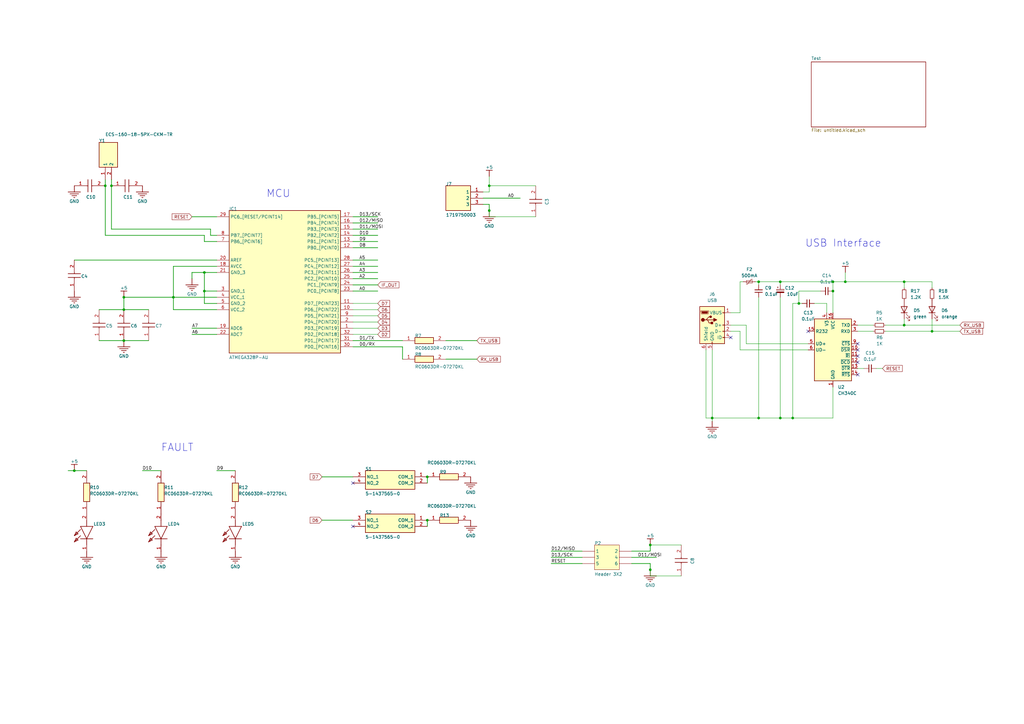
<source format=kicad_sch>
(kicad_sch (version 20211123) (generator eeschema)
  (paper "A3")
  (lib_symbols
    (symbol "Connector:USB_B_Micro" (pin_names (offset 1.016))
      (property "Reference" "J" (at -5.08 11.43 0))
      (property "Value" "USB_B_Micro" (at -5.08 8.89 0))
      (symbol "USB_B_Micro_1_1"
        (pin power_out line (at 7.62 5.08 180) (length 2.54) (name "VBUS") (number "1"))
        (pin bidirectional line (at 7.62 -2.54 180) (length 2.54) (name "D-") (number "2"))
        (pin bidirectional line (at 7.62 0 180) (length 2.54) (name "D+") (number "3"))
        (pin passive line (at 7.62 -5.08 180) (length 2.54) (name "ID") (number "4"))
        (pin power_out line (at 0 -10.16 90) (length 2.54) (name "GND") (number "5"))
        (pin passive line (at -2.54 -10.16 90) (length 2.54) (name "Shield") (number "6"))
      )
    )
    (symbol "Device:C_Polarized_Small" (pin_numbers hide) (pin_names (offset 0.254) hide)
      (property "Reference" "C" (at 0.254 1.778 0))
      (property "Value" "C_Polarized_Small" (at 0.254 -2.032 0))
      (symbol "C_Polarized_Small_1_1"
        (pin passive line (at 0 2.54 270) (length 1.8542) (name "~") (number "1"))
        (pin passive line (at 0 -2.54 90) (length 1.8542) (name "~") (number "2"))
      )
    )
    (symbol "Device:C_Small" (pin_numbers hide) (pin_names (offset 0.254) hide)
      (property "Reference" "C" (at 0.254 1.778 0))
      (property "Value" "C_Small" (at 0.254 -2.032 0))
      (symbol "C_Small_1_1"
        (pin passive line (at 0 2.54 270) (length 2.032) (name "~") (number "1"))
        (pin passive line (at 0 -2.54 90) (length 2.032) (name "~") (number "2"))
      )
    )
    (symbol "Device:LED" (pin_numbers hide) (pin_names (offset 1.016) hide)
      (property "Reference" "D" (at 0 2.54 0))
      (property "Value" "LED" (at 0 -2.54 0))
      (symbol "LED_1_1"
        (pin passive line (at -3.81 0 0) (length 2.54) (name "K") (number "1"))
        (pin passive line (at 3.81 0 180) (length 2.54) (name "A") (number "2"))
      )
    )
    (symbol "Device:Polyfuse_Small" (pin_numbers hide) (pin_names (offset 0))
      (property "Reference" "F" (at -1.905 0 90))
      (property "Value" "Polyfuse_Small" (at 1.905 0 90))
      (symbol "Polyfuse_Small_1_1"
        (pin passive line (at 0 2.54 270) (length 0.635) (name "~") (number "1"))
        (pin passive line (at 0 -2.54 90) (length 0.635) (name "~") (number "2"))
      )
    )
    (symbol "Device:R_Small" (pin_numbers hide) (pin_names (offset 0.254) hide)
      (property "Reference" "R" (at 0.762 0.508 0))
      (property "Value" "R_Small" (at 0.762 -1.016 0))
      (symbol "R_Small_1_1"
        (pin passive line (at 0 2.54 270) (length 0.762) (name "~") (number "1"))
        (pin passive line (at 0 -2.54 90) (length 0.762) (name "~") (number "2"))
      )
    )
    (symbol "Interface_USB:CH340C"
      (property "Reference" "U" (at -5.08 13.97 0))
      (property "Value" "CH340C" (at 1.27 13.97 0))
      (symbol "CH340C_1_1"
        (pin power_in line (at 0 -15.24 90) (length 2.54) (name "GND") (number "1"))
        (pin input line (at 10.16 0 180) (length 2.54) (name "~{DSR}") (number "10"))
        (pin input line (at 10.16 -2.54 180) (length 2.54) (name "~{RI}") (number "11"))
        (pin input line (at 10.16 -5.08 180) (length 2.54) (name "~{DCD}") (number "12"))
        (pin output line (at 10.16 -7.62 180) (length 2.54) (name "~{DTR}") (number "13"))
        (pin output line (at 10.16 -10.16 180) (length 2.54) (name "~{RTS}") (number "14"))
        (pin input line (at -10.16 7.62 0) (length 2.54) (name "R232") (number "15"))
        (pin power_in line (at 0 15.24 270) (length 2.54) (name "VCC") (number "16"))
        (pin output line (at 10.16 10.16 180) (length 2.54) (name "TXD") (number "2"))
        (pin input line (at 10.16 7.62 180) (length 2.54) (name "RXD") (number "3"))
        (pin passive line (at -2.54 15.24 270) (length 2.54) (name "V3") (number "4"))
        (pin bidirectional line (at -10.16 2.54 0) (length 2.54) (name "UD+") (number "5"))
        (pin bidirectional line (at -10.16 0 0) (length 2.54) (name "UD-") (number "6"))
        (pin no_connect line (at -7.62 -7.62 0) (length 2.54) hide (name "NC") (number "7"))
        (pin no_connect line (at -7.62 -10.16 0) (length 2.54) hide (name "NC") (number "8"))
        (pin input line (at 10.16 2.54 180) (length 2.54) (name "~{CTS}") (number "9"))
      )
    )
    (symbol "SafetyPCB-altium-import:+5" (power)
      (property "Reference" "#PWR" (at 0 0 0))
      (property "Value" "+5" (at 0 3.81 0))
      (symbol "+5_0_0"
        (pin power_in line (at 0 0 0) (length 0) hide (name "+5") (number ""))
      )
    )
    (symbol "SafetyPCB-altium-import:0_06035A200KAT2A"
      (property "Value" "0_06035A200KAT2A" (at 0 0 0))
      (symbol "0_06035A200KAT2A_1_0"
        (pin passive line (at 0 0 0) (length 5.08) (name "1") (number "1"))
        (pin passive line (at 12.7 0 180) (length 5.08) (name "2") (number "2"))
      )
    )
    (symbol "SafetyPCB-altium-import:0_5-1437565-0"
      (property "Value" "0_5-1437565-0" (at 0 0 0))
      (symbol "0_5-1437565-0_1_0"
        (pin passive line (at 30.48 0 180) (length 5.08) (name "COM_1") (number "1"))
        (pin passive line (at 30.48 -2.54 180) (length 5.08) (name "COM_2") (number "2"))
        (pin passive line (at 0 0 0) (length 5.08) (name "NO_1") (number "3"))
        (pin passive line (at 0 -2.54 0) (length 5.08) (name "NO_2") (number "4"))
      )
    )
    (symbol "SafetyPCB-altium-import:0_ATMEGA328P-AU"
      (property "Value" "0_ATMEGA328P-AU" (at 0 0 0))
      (symbol "0_ATMEGA328P-AU_1_0"
        (pin bidirectional line (at 58.42 -20.32 180) (length 5.08) (name "PD3_[PCINT19]") (number "1"))
        (pin bidirectional line (at 58.42 -12.7 180) (length 5.08) (name "PD6_[PCINT22]") (number "10"))
        (pin bidirectional line (at 58.42 -10.16 180) (length 5.08) (name "PD7_[PCINT23]") (number "11"))
        (pin bidirectional line (at 58.42 12.7 180) (length 5.08) (name "PB0_[PCINT0]") (number "12"))
        (pin bidirectional line (at 58.42 15.24 180) (length 5.08) (name "PB1_[PCINT1]") (number "13"))
        (pin bidirectional line (at 58.42 17.78 180) (length 5.08) (name "PB2_[PCINT2]") (number "14"))
        (pin bidirectional line (at 58.42 20.32 180) (length 5.08) (name "PB3_[PCINT3]") (number "15"))
        (pin bidirectional line (at 58.42 22.86 180) (length 5.08) (name "PB4_[PCINT4]") (number "16"))
        (pin bidirectional line (at 58.42 25.4 180) (length 5.08) (name "PB5_[PCINT5]") (number "17"))
        (pin power_in line (at 2.54 5.08 0) (length 5.08) (name "AVCC") (number "18"))
        (pin bidirectional line (at 2.54 -20.32 0) (length 5.08) (name "ADC6") (number "19"))
        (pin bidirectional line (at 58.42 -17.78 180) (length 5.08) (name "PD4_[PCINT20]") (number "2"))
        (pin bidirectional line (at 2.54 7.62 0) (length 5.08) (name "AREF") (number "20"))
        (pin power_in line (at 2.54 2.54 0) (length 5.08) (name "GND_3") (number "21"))
        (pin bidirectional line (at 2.54 -22.86 0) (length 5.08) (name "ADC7") (number "22"))
        (pin bidirectional line (at 58.42 -5.08 180) (length 5.08) (name "PC0_[PCINT8]") (number "23"))
        (pin bidirectional line (at 58.42 -2.54 180) (length 5.08) (name "PC1_[PCINT9]") (number "24"))
        (pin bidirectional line (at 58.42 0 180) (length 5.08) (name "PC2_[PCINT10]") (number "25"))
        (pin bidirectional line (at 58.42 2.54 180) (length 5.08) (name "PC3_[PCINT11]") (number "26"))
        (pin bidirectional line (at 58.42 5.08 180) (length 5.08) (name "PC4_[PCINT12]") (number "27"))
        (pin bidirectional line (at 58.42 7.62 180) (length 5.08) (name "PC5_[PCINT13]") (number "28"))
        (pin bidirectional line (at 2.54 25.4 0) (length 5.08) (name "PC6_[RESET/PCINT14]") (number "29"))
        (pin power_in line (at 2.54 -5.08 0) (length 5.08) (name "GND_1") (number "3"))
        (pin bidirectional line (at 58.42 -27.94 180) (length 5.08) (name "PD0_[PCINT16]") (number "30"))
        (pin bidirectional line (at 58.42 -25.4 180) (length 5.08) (name "PD1_[PCINT17]") (number "31"))
        (pin bidirectional line (at 58.42 -22.86 180) (length 5.08) (name "PD2_[PCINT18]") (number "32"))
        (pin power_in line (at 2.54 -7.62 0) (length 5.08) (name "VCC_1") (number "4"))
        (pin power_in line (at 2.54 -10.16 0) (length 5.08) (name "GND_2") (number "5"))
        (pin power_in line (at 2.54 -12.7 0) (length 5.08) (name "VCC_2") (number "6"))
        (pin bidirectional line (at 2.54 15.24 0) (length 5.08) (name "PB6_[PCINT6]") (number "7"))
        (pin bidirectional line (at 2.54 17.78 0) (length 5.08) (name "PB7_[PCINT7]") (number "8"))
        (pin bidirectional line (at 58.42 -15.24 180) (length 5.08) (name "PD5_[PCINT21]") (number "9"))
      )
    )
    (symbol "SafetyPCB-altium-import:0_Header 3X2"
      (property "Value" "0_Header 3X2" (at 0 0 0))
      (symbol "0_Header 3X2_1_0"
        (pin passive line (at -5.08 -2.54 0) (length 5.08) (name "1") (number "1"))
        (pin passive line (at 15.24 -2.54 180) (length 5.08) (name "2") (number "2"))
        (pin passive line (at -5.08 -5.08 0) (length 5.08) (name "3") (number "3"))
        (pin passive line (at 15.24 -5.08 180) (length 5.08) (name "4") (number "4"))
        (pin passive line (at -5.08 -7.62 0) (length 5.08) (name "5") (number "5"))
        (pin passive line (at 15.24 -7.62 180) (length 5.08) (name "6") (number "6"))
      )
    )
    (symbol "SafetyPCB-altium-import:0_RC0603DR-07270KL"
      (property "Value" "0_RC0603DR-07270KL" (at 0 0 0))
      (symbol "0_RC0603DR-07270KL_1_0"
        (pin passive line (at 0 0 0) (length 5.08) (name "1") (number "1"))
        (pin passive line (at 17.78 0 180) (length 5.08) (name "2") (number "2"))
      )
    )
    (symbol "SafetyPCB-altium-import:1_C0603C104K3RACTU"
      (property "Value" "1_C0603C104K3RACTU" (at 0 0 0))
      (symbol "1_C0603C104K3RACTU_1_0"
        (pin passive line (at 0 0 90) (length 5.08) (name "1") (number "1"))
        (pin passive line (at 0 12.7 270) (length 5.08) (name "2") (number "2"))
      )
    )
    (symbol "SafetyPCB-altium-import:1_ECS-160-18-5PX-CKM-TR"
      (property "Value" "1_ECS-160-18-5PX-CKM-TR" (at 0 0 0))
      (symbol "1_ECS-160-18-5PX-CKM-TR_1_0"
        (pin passive line (at 0 0 90) (length 5.08) (name "1") (number "1"))
        (pin passive line (at 2.54 0 90) (length 5.08) (name "2") (number "2"))
      )
    )
    (symbol "SafetyPCB-altium-import:1_LTST-C191TBKT-5A"
      (property "Value" "1_LTST-C191TBKT-5A" (at 0 0 0))
      (symbol "1_LTST-C191TBKT-5A_1_0"
        (pin passive line (at 0 0 90) (length 2.54) (name "K") (number "1"))
        (pin passive line (at 0 15.24 270) (length 2.54) (name "A") (number "2"))
      )
    )
    (symbol "SafetyPCB-altium-import:1_RC0603DR-07270KL"
      (property "Value" "1_RC0603DR-07270KL" (at 0 0 0))
      (symbol "1_RC0603DR-07270KL_1_0"
        (pin passive line (at 0 0 90) (length 5.08) (name "1") (number "1"))
        (pin passive line (at 0 17.78 270) (length 5.08) (name "2") (number "2"))
      )
    )
    (symbol "SafetyPCB-altium-import:2_1719750003"
      (property "Value" "2_1719750003" (at 0 0 0))
      (symbol "2_1719750003_1_0"
        (pin passive line (at 0 5.08 180) (length 5.08) (name "1") (number "1"))
        (pin passive line (at 0 2.54 180) (length 5.08) (name "2") (number "2"))
        (pin passive line (at 0 0 180) (length 5.08) (name "3") (number "3"))
      )
    )
    (symbol "SafetyPCB-altium-import:GND" (power)
      (property "Reference" "#PWR" (at 0 0 0))
      (property "Value" "GND" (at 0 6.35 0))
      (symbol "GND_0_0"
        (pin power_in line (at 0 0 0) (length 0) hide (name "GND") (number ""))
      )
    )
  )
  (junction (at 50.8 139.7))
  (junction (at 71.12 121.92))
  (junction (at 327.66 124.46))
  (junction (at 341.63 115.57))
  (junction (at 320.04 171.45))
  (junction (at 266.7 233.68))
  (junction (at 83.82 119.38))
  (junction (at 200.66 76.2))
  (junction (at 311.15 115.57))
  (junction (at 50.8 127))
  (junction (at 346.71 115.57))
  (junction (at 50.8 121.92))
  (junction (at 370.84 133.35))
  (junction (at 43.18 76.2))
  (junction (at 266.7 223.52))
  (junction (at 175.26 195.58))
  (junction (at 45.72 76.2))
  (junction (at 30.48 193.04))
  (junction (at 325.12 171.45))
  (junction (at 83.82 111.76))
  (junction (at 292.1 171.45))
  (junction (at 175.26 213.36))
  (junction (at 200.66 86.36))
  (junction (at 320.04 115.57))
  (junction (at 341.63 119.38))
  (junction (at 370.84 115.57))
  (junction (at 311.15 171.45))
  (junction (at 382.27 135.89))
  (no_connect (at 351.79 143.51))
  (no_connect (at 351.79 146.05))
  (no_connect (at 351.79 153.67))
  (no_connect (at 351.79 140.97))
  (no_connect (at 144.78 198.12))
  (no_connect (at 144.78 215.9))
  (no_connect (at 299.72 138.43))
  (no_connect (at 351.79 148.59))
  (no_connect (at 331.47 135.89))
  (wire (pts (xy 382.27 135.89) (xy 363.22 135.89)))
  (wire (pts (xy 279.4 236.22) (xy 266.7 236.22)))
  (wire (pts (xy 320.04 171.45) (xy 325.12 171.45)))
  (wire (pts (xy 78.74 111.76) (xy 78.74 114.3)) (stroke (width 0.254)))
  (wire (pts (xy 144.78 134.62) (xy 154.94 134.62)))
  (wire (pts (xy 43.18 76.2) (xy 43.18 73.66)) (stroke (width 0.254)))
  (wire (pts (xy 200.66 72.39) (xy 200.66 76.2)))
  (wire (pts (xy 370.84 115.57) (xy 370.84 118.11)))
  (wire (pts (xy 83.82 96.52) (xy 83.82 99.06)) (stroke (width 0.254)))
  (wire (pts (xy 50.8 139.7) (xy 60.96 139.7)) (stroke (width 0.254)))
  (wire (pts (xy 182.88 147.32) (xy 195.58 147.32)) (stroke (width 0.254)))
  (wire (pts (xy 259.08 231.14) (xy 266.7 231.14)) (stroke (width 0.254)))
  (wire (pts (xy 30.48 193.04) (xy 27.94 193.04)) (stroke (width 0.254)))
  (wire (pts (xy 88.9 109.22) (xy 71.12 109.22)) (stroke (width 0.254)))
  (wire (pts (xy 144.78 124.46) (xy 154.94 124.46)))
  (wire (pts (xy 303.53 143.51) (xy 303.53 135.89)))
  (wire (pts (xy 311.15 115.57) (xy 311.15 116.84)))
  (wire (pts (xy 144.78 213.36) (xy 132.08 213.36)) (stroke (width 0.254)))
  (wire (pts (xy 306.07 133.35) (xy 299.72 133.35)))
  (wire (pts (xy 144.78 91.44) (xy 154.94 91.44)) (stroke (width 0.254)))
  (wire (pts (xy 320.04 121.92) (xy 320.04 171.45)))
  (wire (pts (xy 50.8 127) (xy 60.96 127)) (stroke (width 0.254)))
  (wire (pts (xy 266.7 231.14) (xy 266.7 233.68)) (stroke (width 0.254)))
  (wire (pts (xy 88.9 88.9) (xy 78.74 88.9)) (stroke (width 0.254)))
  (wire (pts (xy 200.66 76.2) (xy 200.66 78.74)))
  (wire (pts (xy 259.08 228.6) (xy 269.24 228.6)) (stroke (width 0.254)))
  (wire (pts (xy 144.78 116.84) (xy 154.94 116.84)) (stroke (width 0.254)))
  (wire (pts (xy 50.8 121.92) (xy 50.8 127)) (stroke (width 0.254)))
  (wire (pts (xy 370.84 133.35) (xy 393.7 133.35)))
  (wire (pts (xy 45.72 76.2) (xy 45.72 93.98)) (stroke (width 0.254)))
  (wire (pts (xy 306.07 140.97) (xy 306.07 133.35)))
  (wire (pts (xy 88.9 127) (xy 71.12 127)) (stroke (width 0.254)))
  (wire (pts (xy 341.63 158.75) (xy 341.63 171.45)))
  (wire (pts (xy 370.84 130.81) (xy 370.84 133.35)))
  (wire (pts (xy 303.53 115.57) (xy 303.53 128.27)))
  (wire (pts (xy 83.82 99.06) (xy 88.9 99.06)) (stroke (width 0.254)))
  (wire (pts (xy 331.47 143.51) (xy 303.53 143.51)))
  (wire (pts (xy 144.78 99.06) (xy 154.94 99.06)) (stroke (width 0.254)))
  (wire (pts (xy 96.52 193.04) (xy 88.9 193.04)) (stroke (width 0.254)))
  (wire (pts (xy 198.12 83.82) (xy 200.66 83.82)) (stroke (width 0.254)))
  (wire (pts (xy 71.12 109.22) (xy 71.12 121.92)) (stroke (width 0.254)))
  (wire (pts (xy 238.76 226.06) (xy 226.06 226.06)) (stroke (width 0.254)))
  (wire (pts (xy 88.9 134.62) (xy 78.74 134.62)) (stroke (width 0.254)))
  (wire (pts (xy 144.78 114.3) (xy 154.94 114.3)) (stroke (width 0.254)))
  (wire (pts (xy 336.55 119.38) (xy 327.66 119.38)))
  (wire (pts (xy 40.64 127) (xy 50.8 127)) (stroke (width 0.254)))
  (wire (pts (xy 320.04 115.57) (xy 341.63 115.57)))
  (wire (pts (xy 359.41 151.13) (xy 361.95 151.13)))
  (wire (pts (xy 88.9 124.46) (xy 83.82 124.46)) (stroke (width 0.254)))
  (wire (pts (xy 339.09 124.46) (xy 339.09 128.27)))
  (wire (pts (xy 259.08 226.06) (xy 266.7 226.06)) (stroke (width 0.254)))
  (wire (pts (xy 86.36 93.98) (xy 86.36 96.52)) (stroke (width 0.254)))
  (wire (pts (xy 303.53 115.57) (xy 304.8 115.57)))
  (wire (pts (xy 292.1 171.45) (xy 311.15 171.45)))
  (wire (pts (xy 147.32 96.52) (xy 154.94 96.52)))
  (wire (pts (xy 88.9 106.68) (xy 30.48 106.68)) (stroke (width 0.254)))
  (wire (pts (xy 71.12 127) (xy 71.12 121.92)) (stroke (width 0.254)))
  (wire (pts (xy 144.78 93.98) (xy 154.94 93.98)) (stroke (width 0.254)))
  (wire (pts (xy 144.78 139.7) (xy 165.1 139.7)) (stroke (width 0.254)))
  (wire (pts (xy 341.63 115.57) (xy 346.71 115.57)))
  (wire (pts (xy 198.12 81.28) (xy 213.36 81.28)) (stroke (width 0.254)))
  (wire (pts (xy 327.66 119.38) (xy 327.66 124.46)))
  (wire (pts (xy 219.71 88.9) (xy 200.66 88.9)))
  (wire (pts (xy 83.82 119.38) (xy 88.9 119.38)) (stroke (width 0.254)))
  (wire (pts (xy 351.79 133.35) (xy 358.14 133.35)))
  (wire (pts (xy 289.56 143.51) (xy 289.56 171.45)))
  (wire (pts (xy 144.78 137.16) (xy 154.94 137.16)))
  (wire (pts (xy 303.53 135.89) (xy 299.72 135.89)))
  (wire (pts (xy 299.72 128.27) (xy 303.53 128.27)))
  (wire (pts (xy 325.12 124.46) (xy 325.12 171.45)))
  (wire (pts (xy 144.78 127) (xy 154.94 127)))
  (wire (pts (xy 363.22 133.35) (xy 370.84 133.35)))
  (wire (pts (xy 144.78 111.76) (xy 154.94 111.76)) (stroke (width 0.254)))
  (wire (pts (xy 331.47 140.97) (xy 306.07 140.97)))
  (wire (pts (xy 43.18 76.2) (xy 43.18 96.52)) (stroke (width 0.254)))
  (wire (pts (xy 144.78 101.6) (xy 154.94 101.6)) (stroke (width 0.254)))
  (wire (pts (xy 35.56 193.04) (xy 30.48 193.04)) (stroke (width 0.254)))
  (wire (pts (xy 88.9 121.92) (xy 71.12 121.92)) (stroke (width 0.254)))
  (wire (pts (xy 45.72 93.98) (xy 86.36 93.98)) (stroke (width 0.254)))
  (wire (pts (xy 144.78 129.54) (xy 154.94 129.54)))
  (wire (pts (xy 43.18 96.52) (xy 83.82 96.52)) (stroke (width 0.254)))
  (wire (pts (xy 83.82 124.46) (xy 83.82 119.38)) (stroke (width 0.254)))
  (wire (pts (xy 266.7 236.22) (xy 266.7 233.68)))
  (wire (pts (xy 175.26 198.12) (xy 175.26 195.58)) (stroke (width 0.254)))
  (wire (pts (xy 45.72 76.2) (xy 45.72 73.66)) (stroke (width 0.254)))
  (wire (pts (xy 327.66 124.46) (xy 325.12 124.46)))
  (wire (pts (xy 311.15 115.57) (xy 320.04 115.57)))
  (wire (pts (xy 40.64 139.7) (xy 50.8 139.7)) (stroke (width 0.254)))
  (wire (pts (xy 200.66 88.9) (xy 200.66 86.36)))
  (wire (pts (xy 346.71 115.57) (xy 370.84 115.57)))
  (wire (pts (xy 370.84 115.57) (xy 382.27 115.57)))
  (wire (pts (xy 382.27 135.89) (xy 393.7 135.89)))
  (wire (pts (xy 71.12 121.92) (xy 50.8 121.92)) (stroke (width 0.254)))
  (wire (pts (xy 144.78 96.52) (xy 154.94 96.52)) (stroke (width 0.254)))
  (wire (pts (xy 66.04 193.04) (xy 58.42 193.04)) (stroke (width 0.254)))
  (wire (pts (xy 346.71 111.76) (xy 346.71 115.57)))
  (wire (pts (xy 83.82 111.76) (xy 78.74 111.76)) (stroke (width 0.254)))
  (wire (pts (xy 292.1 171.45) (xy 292.1 172.72)))
  (wire (pts (xy 320.04 115.57) (xy 320.04 116.84)))
  (wire (pts (xy 144.78 106.68) (xy 154.94 106.68)) (stroke (width 0.254)))
  (wire (pts (xy 154.94 88.9) (xy 144.78 88.9)) (stroke (width 0.254)))
  (wire (pts (xy 83.82 111.76) (xy 83.82 119.38)) (stroke (width 0.254)))
  (wire (pts (xy 198.12 78.74) (xy 200.66 78.74)))
  (wire (pts (xy 328.93 124.46) (xy 327.66 124.46)))
  (wire (pts (xy 175.26 215.9) (xy 175.26 213.36)) (stroke (width 0.254)))
  (wire (pts (xy 311.15 121.92) (xy 311.15 171.45)))
  (wire (pts (xy 144.78 132.08) (xy 154.94 132.08)))
  (wire (pts (xy 144.78 109.22) (xy 154.94 109.22)) (stroke (width 0.254)))
  (wire (pts (xy 88.9 137.16) (xy 78.74 137.16)) (stroke (width 0.254)))
  (wire (pts (xy 351.79 135.89) (xy 358.14 135.89)))
  (wire (pts (xy 351.79 151.13) (xy 354.33 151.13)))
  (wire (pts (xy 86.36 96.52) (xy 88.9 96.52)) (stroke (width 0.254)))
  (wire (pts (xy 325.12 171.45) (xy 341.63 171.45)))
  (wire (pts (xy 88.9 111.76) (xy 83.82 111.76)) (stroke (width 0.254)))
  (wire (pts (xy 266.7 223.52) (xy 266.7 226.06)) (stroke (width 0.254)))
  (wire (pts (xy 238.76 231.14) (xy 226.06 231.14)) (stroke (width 0.254)))
  (wire (pts (xy 144.78 195.58) (xy 132.08 195.58)) (stroke (width 0.254)))
  (wire (pts (xy 341.63 119.38) (xy 341.63 128.27)))
  (wire (pts (xy 165.1 142.24) (xy 165.1 147.32)) (stroke (width 0.254)))
  (wire (pts (xy 238.76 228.6) (xy 226.06 228.6)) (stroke (width 0.254)))
  (wire (pts (xy 309.88 115.57) (xy 311.15 115.57)))
  (wire (pts (xy 289.56 171.45) (xy 292.1 171.45)))
  (wire (pts (xy 266.7 223.52) (xy 279.4 223.52)))
  (wire (pts (xy 341.63 115.57) (xy 341.63 119.38)))
  (wire (pts (xy 144.78 142.24) (xy 165.1 142.24)) (stroke (width 0.254)))
  (wire (pts (xy 219.71 76.2) (xy 200.66 76.2)))
  (wire (pts (xy 144.78 119.38) (xy 154.94 119.38)) (stroke (width 0.254)))
  (wire (pts (xy 382.27 115.57) (xy 382.27 118.11)))
  (wire (pts (xy 382.27 130.81) (xy 382.27 135.89)))
  (wire (pts (xy 200.66 83.82) (xy 200.66 86.36)) (stroke (width 0.254)))
  (wire (pts (xy 311.15 171.45) (xy 320.04 171.45)))
  (wire (pts (xy 334.01 124.46) (xy 339.09 124.46)))
  (wire (pts (xy 292.1 143.51) (xy 292.1 171.45)))
  (wire (pts (xy 182.88 139.7) (xy 195.58 139.7)) (stroke (width 0.254)))
  (text "USB Interface" (at 330.2 101.6 0) (effects (font (size 3 3)) (justify left bottom)))
  (text "FAULT" (at 66.04 185.42 180) (effects (font (size 3.048 3.048)) (justify left bottom)))
  (text "MCU" (at 109.22 81.28 180) (effects (font (size 3.048 3.048)) (justify left bottom)))
  (label "A7" (at 78.74 134.62 0))
  (label "D10" (at 147.32 96.52 0))
  (label "RESET" (at 226.06 231.14 0))
  (label "D12/MISO" (at 147.32 91.44 0))
  (label "A0" (at 147.32 119.38 0))
  (label "D8" (at 147.32 101.6 0))
  (label "D12/MISO" (at 226.06 226.06 0))
  (label "A0" (at 208.28 81.28 0))
  (label "D9" (at 88.9 193.04 0))
  (label "D1/TX" (at 147.32 139.7 0))
  (label "D9" (at 147.32 99.06 0))
  (label "A5" (at 147.32 106.68 0))
  (label "D0/RX" (at 147.32 142.24 0))
  (label "A4" (at 147.32 109.22 0))
  (label "A2" (at 147.32 114.3 0))
  (label "D13/SCK" (at 226.06 228.6 0))
  (label "D11/MOSI" (at 261.62 228.6 0))
  (label "A3" (at 147.32 111.76 0))
  (label "D13/SCK" (at 147.32 88.9 0))
  (label "A6" (at 78.74 137.16 0))
  (label "D10" (at 58.42 193.04 0))
  (label "D11/MOSI" (at 147.32 93.98 0))
  (global_label "D6" (shape input) (at 132.08 213.36 180) (property "Intersheet References" "${INTERSHEET_REFS}" (effects hide)))
  (global_label "D3" (shape input) (at 154.94 134.62 0) (property "Intersheet References" "${INTERSHEET_REFS}" (effects hide)))
  (global_label "IF_OUT" (shape input) (at 154.94 116.84 0) (property "Intersheet References" "${INTERSHEET_REFS}" (effects hide)))
  (global_label "TX_USB" (shape input) (at 195.58 139.7 0) (property "Intersheet References" "${INTERSHEET_REFS}" (effects hide)))
  (global_label "TX_USB" (shape input) (at 393.7 135.89 0) (property "Intersheet References" "${INTERSHEET_REFS}" (effects hide)))
  (global_label "RX_USB" (shape input) (at 393.7 133.35 0) (property "Intersheet References" "${INTERSHEET_REFS}" (effects hide)))
  (global_label "RX_USB" (shape input) (at 195.58 147.32 0) (property "Intersheet References" "${INTERSHEET_REFS}" (effects hide)))
  (global_label "RESET" (shape input) (at 78.74 88.9 180) (property "Intersheet References" "${INTERSHEET_REFS}" (effects hide)))
  (global_label "D7" (shape input) (at 132.08 195.58 180) (property "Intersheet References" "${INTERSHEET_REFS}" (effects hide)))
  (global_label "D6" (shape input) (at 154.94 127 0) (property "Intersheet References" "${INTERSHEET_REFS}" (effects hide)))
  (global_label "D7" (shape input) (at 154.94 124.46 0) (property "Intersheet References" "${INTERSHEET_REFS}" (effects hide)))
  (global_label "RESET" (shape input) (at 361.95 151.13 0) (property "Intersheet References" "${INTERSHEET_REFS}" (effects hide)))
  (global_label "D4" (shape input) (at 154.94 132.08 0) (property "Intersheet References" "${INTERSHEET_REFS}" (effects hide)))
  (global_label "D2" (shape input) (at 154.94 137.16 0) (property "Intersheet References" "${INTERSHEET_REFS}" (effects hide)))
  (global_label "D5" (shape input) (at 154.94 129.54 0) (property "Intersheet References" "${INTERSHEET_REFS}" (effects hide)))
  (symbol (lib_id "SafetyPCB-altium-import:1_LTST-C191TBKT-5A") (at 96.52 226.06 0) (unit 1)
    (property "Reference" "LED5" (at 99.314 215.646 0) (effects (justify left bottom)))
    (property "Value" "LTST-C191TBKT-5A" (effects hide))
    (property "Footprint" "LED_SMD:LED_0201_0603Metric" (effects hide))
    (property "DATASHEET LINK" "http://www.mouser.com/ds/2/239/S_110_LTST-C191TBKT-5A-336399.pdf" (effects hide))
    (property "HEIGHT" "0.65mm" (effects hide))
    (property "MANUFACTURER_NAME" "Lite-On" (effects hide))
    (property "digikey part number" "LTST-C191TBKT-5A" (effects hide))
    (property "MOUSER PART NUMBER" "859-LTST-C191TBKT-5A" (effects hide))
    (property "MOUSER PRICE/STOCK" "https://www.mouser.co.uk/ProductDetail/Lite-On/LTST-C191TBKT-5A/?qs=xb8aMrBSZRLgwF8AXHEbeQ%3D%3D" (effects hide))
    (property "ARROW PART NUMBER" "LTST-C191TBKT-5A" (effects hide))
    (property "ARROW PRICE/STOCK" "https://www.arrow.com/en/products/ltst-c191tbkt-5a/lite-on-technology" (effects hide))
  )
  (symbol (lib_id "SafetyPCB-altium-import:0_RC0603DR-07270KL") (at 165.1 147.32 0) (unit 1)
    (property "Reference" "R8" (at 170.18 146.05 0) (effects (justify left bottom)))
    (property "Value" "RC0603DR-07270KL" (at 170.18 151.13 0) (effects (justify left bottom)))
    (property "Footprint" "Resistor_SMD:R_0603_1608Metric" (effects hide))
    (property "DATASHEET LINK" "http://www.yageo.com/documents/recent/PYu-RC0603_51_RoHS_L_v5.pdf" (effects hide))
    (property "HEIGHT" "0.55mm" (effects hide))
    (property "MANUFACTURER_NAME" "YAGEO (PHYCOMP)" (effects hide))
    (property "digikey part number" "RC0603DR-07270KL" (effects hide))
    (property "ARROW PART NUMBER" "RC0603DR-07270KL" (effects hide))
    (property "ARROW PRICE/STOCK" "https://www.arrow.com/en/products/rc0603dr-07270kl/yageo" (effects hide))
  )
  (symbol (lib_id "SafetyPCB-altium-import:1_LTST-C191TBKT-5A") (at 35.56 226.06 0) (unit 1)
    (property "Reference" "LED3" (at 38.354 215.646 0) (effects (justify left bottom)))
    (property "Value" "LTST-C191TBKT-5A" (effects hide))
    (property "Footprint" "LED_SMD:LED_0201_0603Metric" (effects hide))
    (property "DATASHEET LINK" "http://www.mouser.com/ds/2/239/S_110_LTST-C191TBKT-5A-336399.pdf" (effects hide))
    (property "HEIGHT" "0.65mm" (effects hide))
    (property "MANUFACTURER_NAME" "Lite-On" (effects hide))
    (property "digikey part number" "LTST-C191TBKT-5A" (effects hide))
    (property "MOUSER PART NUMBER" "859-LTST-C191TBKT-5A" (effects hide))
    (property "MOUSER PRICE/STOCK" "https://www.mouser.co.uk/ProductDetail/Lite-On/LTST-C191TBKT-5A/?qs=xb8aMrBSZRLgwF8AXHEbeQ%3D%3D" (effects hide))
    (property "ARROW PART NUMBER" "LTST-C191TBKT-5A" (effects hide))
    (property "ARROW PRICE/STOCK" "https://www.arrow.com/en/products/ltst-c191tbkt-5a/lite-on-technology" (effects hide))
  )
  (symbol (lib_id "SafetyPCB-altium-import:1_C0603C104K3RACTU") (at 30.48 119.38 0) (unit 1)
    (property "Reference" "C4" (at 33.274 114.046 0) (effects (justify left bottom)))
    (property "Value" "0.1uF" (effects hide))
    (property "Footprint" "Capacitor_SMD:C_0603_1608Metric" (effects hide))
    (property "DATASHEET LINK" "https://content.kemet.com/datasheets/KEM_C1002_X7R_SMD.pdf" (effects hide))
    (property "HEIGHT" "0.95mm" (effects hide))
    (property "MANUFACTURER_NAME" "Kemet" (effects hide))
    (property "digikey part number" "C0603C104K3RACTU" (effects hide))
    (property "MOUSER PART NUMBER" "80-C0603C104K3R" (effects hide))
    (property "MOUSER PRICE/STOCK" "https://www.mouser.co.uk/ProductDetail/KEMET/C0603C104K3RACTU/?qs=l5k%252BbMnNDklvfdneglCDAg%3D%3D" (effects hide))
    (property "ARROW PART NUMBER" "C0603C104K3RACTU" (effects hide))
    (property "ARROW PRICE/STOCK" "https://www.arrow.com/en/products/c0603c104k3ractu/kemet-corporation" (effects hide))
  )
  (symbol (lib_id "Device:Polyfuse_Small") (at 307.34 115.57 90) (unit 1)
    (property "Reference" "F2" (at 307.34 110.49 90))
    (property "Value" "500mA" (at 307.34 113.03 90))
    (property "Footprint" "Fuse:Fuse_1206_3216Metric" (effects hide))
  )
  (symbol (lib_id "Device:C_Small") (at 331.47 124.46 90) (unit 1)
    (property "Reference" "C13" (at 331.47 128.27 90))
    (property "Value" "0.1uF" (at 331.47 130.81 90))
    (property "Footprint" "Capacitor_SMD:C_0603_1608Metric" (effects hide))
  )
  (symbol (lib_id "SafetyPCB-altium-import:GND") (at 193.04 213.36 0) (unit 1)
    (property "Reference" "#PWR0127" (effects hide))
    (property "Value" "GND" (at 193.04 219.71 0))
  )
  (symbol (lib_id "SafetyPCB-altium-import:0_RC0603DR-07270KL") (at 175.26 213.36 0) (unit 1)
    (property "Reference" "R13" (at 180.34 212.09 0) (effects (justify left bottom)))
    (property "Value" "RC0603DR-07270KL" (at 175.26 208.28 0) (effects (justify left bottom)))
    (property "Footprint" "Resistor_SMD:R_0603_1608Metric" (effects hide))
    (property "DATASHEET LINK" "http://www.yageo.com/documents/recent/PYu-RC0603_51_RoHS_L_v5.pdf" (effects hide))
    (property "HEIGHT" "0.55mm" (effects hide))
    (property "MANUFACTURER_NAME" "YAGEO (PHYCOMP)" (effects hide))
    (property "digikey part number" "RC0603DR-07270KL" (effects hide))
    (property "ARROW PART NUMBER" "RC0603DR-07270KL" (effects hide))
    (property "ARROW PRICE/STOCK" "https://www.arrow.com/en/products/rc0603dr-07270kl/yageo" (effects hide))
  )
  (symbol (lib_id "SafetyPCB-altium-import:0_Header 3X2") (at 243.84 223.52 0) (unit 1)
    (property "Reference" "P2" (at 243.84 223.52 0) (effects (justify left bottom)))
    (property "Value" "Header 3X2" (at 243.84 236.22 0) (effects (justify left bottom)))
    (property "Footprint" "Connector_PinHeader_2.54mm:PinHeader_2x03_P2.54mm_Vertical" (effects hide))
    (property "LATESTREVISIONDATE" "17-Jul-2002" (effects hide))
    (property "LATESTREVISIONNOTE" "Re-released for DXP Platform." (effects hide))
    (property "PUBLISHER" "Altium Limited" (effects hide))
  )
  (symbol (lib_id "SafetyPCB-altium-import:0_5-1437565-0") (at 144.78 195.58 0) (unit 1)
    (property "Reference" "S1" (at 149.86 193.04 0) (effects (justify left bottom)))
    (property "Value" "5-1437565-0" (at 149.86 203.2 0) (effects (justify left bottom)))
    (property "Footprint" "5-1437565-0:SW_5-1437565-0" (effects hide))
    (property "DATASHEET LINK" "https://www.te.com/commerce/DocumentDelivery/DDEController?Action=showdoc&DocId=Customer+Drawing%7F2-1437565-7%7FV%7Fpdf%7FEnglish%7FENG_CD_2-1437565-7_V.pdf%7F5-1437565-0" (effects hide))
    (property "HEIGHT" "7.26mm" (effects hide))
    (property "MANUFACTURER_NAME" "TE Connectivity" (effects hide))
    (property "MANUFACTURER_PART_NUMBER" "5-1437565-0" (effects hide))
    (property "MOUSER PART NUMBER" "506-5-1437565-0" (effects hide))
    (property "MOUSER PRICE/STOCK" "https://www.mouser.co.uk/ProductDetail/TE-Connectivity-PB/5-1437565-0?qs=%2FwXgF%2FfIho9mO1nArmyR6A%3D%3D" (effects hide))
  )
  (symbol (lib_id "SafetyPCB-altium-import:0_06035A200KAT2A") (at 279.4 236.22 90) (unit 1)
    (property "Reference" "C8" (at 284.734 231.394 0) (effects (justify left bottom)))
    (property "Value" "0.1uF" (effects hide))
    (property "Footprint" "Capacitor_SMD:C_0603_1608Metric" (effects hide))
    (property "DATASHEET LINK" "https://content.kemet.com/datasheets/KEM_C1002_X7R_SMD.pdf" (effects hide))
    (property "HEIGHT" "0.95mm" (effects hide))
    (property "MANUFACTURER_NAME" "Kemet" (effects hide))
    (property "digikey part number" "399-C0603C104K3RAC7867TR-ND" (effects hide))
    (property "MOUSER PART NUMBER" "80-C0603C104K3R" (effects hide))
    (property "MOUSER PRICE/STOCK" "https://www.mouser.co.uk/ProductDetail/KEMET/C0603C104K3RACTU/?qs=l5k%252BbMnNDklvfdneglCDAg%3D%3D" (effects hide))
    (property "ARROW PART NUMBER" "C0603C104K3RACTU" (effects hide))
    (property "ARROW PRICE/STOCK" "https://www.arrow.com/en/products/c0603c104k3ractu/kemet-corporation" (effects hide))
  )
  (symbol (lib_id "SafetyPCB-altium-import:0_5-1437565-0") (at 144.78 213.36 0) (unit 1)
    (property "Reference" "S2" (at 149.86 210.82 0) (effects (justify left bottom)))
    (property "Value" "5-1437565-0" (at 149.86 220.98 0) (effects (justify left bottom)))
    (property "Footprint" "5-1437565-0:SW_5-1437565-0" (effects hide))
    (property "DATASHEET LINK" "https://www.te.com/commerce/DocumentDelivery/DDEController?Action=showdoc&DocId=Customer+Drawing%7F2-1437565-7%7FV%7Fpdf%7FEnglish%7FENG_CD_2-1437565-7_V.pdf%7F5-1437565-0" (effects hide))
    (property "HEIGHT" "7.26mm" (effects hide))
    (property "MANUFACTURER_NAME" "TE Connectivity" (effects hide))
    (property "MANUFACTURER_PART_NUMBER" "5-1437565-0" (effects hide))
    (property "MOUSER PART NUMBER" "506-5-1437565-0" (effects hide))
    (property "MOUSER PRICE/STOCK" "https://www.mouser.co.uk/ProductDetail/TE-Connectivity-PB/5-1437565-0?qs=%2FwXgF%2FfIho9mO1nArmyR6A%3D%3D" (effects hide))
  )
  (symbol (lib_id "Device:LED") (at 370.84 127 90) (unit 1)
    (property "Reference" "D5" (at 374.65 127.3174 90) (effects (justify right)))
    (property "Value" "green" (at 374.65 129.8574 90) (effects (justify right)))
    (property "Footprint" "LED_SMD:LED_0805_2012Metric" (effects hide))
  )
  (symbol (lib_id "Device:R_Small") (at 360.68 133.35 90) (unit 1)
    (property "Reference" "R5" (at 361.95 128.27 90) (effects (justify left)))
    (property "Value" "1K" (at 361.9499 130.81 90) (effects (justify left)))
    (property "Footprint" "Resistor_SMD:R_0805_2012Metric" (effects hide))
  )
  (symbol (lib_id "Device:R_Small") (at 370.84 120.65 0) (unit 1)
    (property "Reference" "R17" (at 373.38 119.3799 0) (effects (justify left)))
    (property "Value" "1.2K" (at 373.38 121.9199 0) (effects (justify left)))
    (property "Footprint" "Resistor_SMD:R_0805_2012Metric" (effects hide))
  )
  (symbol (lib_id "SafetyPCB-altium-import:1_C0603C104K3RACTU") (at 50.8 139.7 0) (unit 1)
    (property "Reference" "C6" (at 53.594 134.366 0) (effects (justify left bottom)))
    (property "Value" "0.1uF" (effects hide))
    (property "Footprint" "Capacitor_SMD:C_0603_1608Metric" (effects hide))
    (property "DATASHEET LINK" "https://content.kemet.com/datasheets/KEM_C1002_X7R_SMD.pdf" (effects hide))
    (property "HEIGHT" "0.95mm" (effects hide))
    (property "MANUFACTURER_NAME" "Kemet" (effects hide))
    (property "digikey part number" "C0603C104K3RACTU" (effects hide))
    (property "MOUSER PART NUMBER" "80-C0603C104K3R" (effects hide))
    (property "MOUSER PRICE/STOCK" "https://www.mouser.co.uk/ProductDetail/KEMET/C0603C104K3RACTU/?qs=l5k%252BbMnNDklvfdneglCDAg%3D%3D" (effects hide))
    (property "ARROW PART NUMBER" "C0603C104K3RACTU" (effects hide))
    (property "ARROW PRICE/STOCK" "https://www.arrow.com/en/products/c0603c104k3ractu/kemet-corporation" (effects hide))
  )
  (symbol (lib_id "Device:C_Polarized_Small") (at 320.04 119.38 0) (unit 1)
    (property "Reference" "C12" (at 323.85 118.11 0))
    (property "Value" "10uF" (at 325.12 120.65 0))
    (property "Footprint" "Capacitor_SMD:C_1206_3216Metric" (effects hide))
  )
  (symbol (lib_id "SafetyPCB-altium-import:1_RC0603DR-07270KL") (at 96.52 210.82 0) (unit 1)
    (property "Reference" "R12" (at 97.79 200.66 0) (effects (justify left bottom)))
    (property "Value" "RC0603DR-07270KL" (at 97.79 203.2 0) (effects (justify left bottom)))
    (property "Footprint" "Resistor_SMD:R_0603_1608Metric" (effects hide))
    (property "DATASHEET LINK" "http://www.yageo.com/documents/recent/PYu-RC0603_51_RoHS_L_v5.pdf" (effects hide))
    (property "HEIGHT" "0.55mm" (effects hide))
    (property "MANUFACTURER_NAME" "YAGEO (PHYCOMP)" (effects hide))
    (property "MANUFACTURER_PART_NUMBER" "RC0603DR-07270KL" (effects hide))
    (property "digikey part number" "RC0603DR-07270KL-ND" (effects hide))
    (property "ARROW PART NUMBER" "RC0603DR-07270KL" (effects hide))
    (property "ARROW PRICE/STOCK" "https://www.arrow.com/en/products/rc0603dr-07270kl/yageo" (effects hide))
  )
  (symbol (lib_id "SafetyPCB-altium-import:0_RC0603DR-07270KL") (at 165.1 139.7 0) (unit 1)
    (property "Reference" "R7" (at 170.18 138.43 0) (effects (justify left bottom)))
    (property "Value" "RC0603DR-07270KL" (at 170.18 143.51 0) (effects (justify left bottom)))
    (property "Footprint" "Resistor_SMD:R_0603_1608Metric" (effects hide))
    (property "DATASHEET LINK" "http://www.yageo.com/documents/recent/PYu-RC0603_51_RoHS_L_v5.pdf" (effects hide))
    (property "HEIGHT" "0.55mm" (effects hide))
    (property "MANUFACTURER_NAME" "YAGEO (PHYCOMP)" (effects hide))
    (property "digikey part number" "RC0603DR-07270KL" (effects hide))
    (property "ARROW PART NUMBER" "RC0603DR-07270KL" (effects hide))
    (property "ARROW PRICE/STOCK" "https://www.arrow.com/en/products/rc0603dr-07270kl/yageo" (effects hide))
  )
  (symbol (lib_id "SafetyPCB-altium-import:GND") (at 78.74 114.3 0) (unit 1)
    (property "Reference" "#PWR0120" (effects hide))
    (property "Value" "GND" (at 78.74 120.65 0))
  )
  (symbol (lib_id "SafetyPCB-altium-import:1_ECS-160-18-5PX-CKM-TR") (at 43.18 73.66 0) (unit 1)
    (property "Reference" "Y1" (at 40.64 58.42 0) (effects (justify left bottom)))
    (property "Value" "ECS-160-18-5PX-CKM-TR" (at 43.18 55.88 0) (effects (justify left bottom)))
    (property "Footprint" "ECS-160-18-5PX-CKM-TR:XTAL_ECS-160-18-5PX-CKM-TR" (effects hide))
    (property "DATASHEET LINK" "https://ecsxtal.com/store/pdf/csm-7x.pdf" (effects hide))
    (property "HEIGHT" "4.3mm" (effects hide))
    (property "digikey part number" "50-ECS-160-18-5PX-CKM-TR-ND" (effects hide))
    (property "MOUSER2 PRICE/STOCK" "50-ECS-160-18-5PX-CKM-TR-ND - Tape & Reel (TR)" (effects hide))
    (property "MANUFACTURER_NAME" "ECS" (effects hide))
    (property "MANUFACTURER_PART_NUMBER" "ECS-160-18-5PX-CKM-TR" (effects hide))
  )
  (symbol (lib_id "SafetyPCB-altium-import:GND") (at 292.1 172.72 0) (unit 1)
    (property "Reference" "#PWR03" (effects hide))
    (property "Value" "GND" (at 292.1 179.07 0))
  )
  (symbol (lib_id "SafetyPCB-altium-import:GND") (at 200.66 86.36 0) (unit 1)
    (property "Reference" "#PWR0142" (effects hide))
    (property "Value" "GND" (at 200.66 92.71 0))
  )
  (symbol (lib_id "Device:R_Small") (at 360.68 135.89 270) (unit 1)
    (property "Reference" "R6" (at 359.41 138.43 90) (effects (justify left)))
    (property "Value" "1K" (at 359.41 140.97 90) (effects (justify left)))
    (property "Footprint" "Resistor_SMD:R_0805_2012Metric" (effects hide))
  )
  (symbol (lib_id "Device:R_Small") (at 382.27 120.65 0) (unit 1)
    (property "Reference" "R18" (at 384.81 119.3799 0) (effects (justify left)))
    (property "Value" "1.5K" (at 384.81 121.9199 0) (effects (justify left)))
    (property "Footprint" "Resistor_SMD:R_0805_2012Metric" (effects hide))
  )
  (symbol (lib_id "SafetyPCB-altium-import:0_ATMEGA328P-AU") (at 86.36 114.3 0) (unit 1)
    (property "Reference" "IC1" (at 93.98 86.36 0) (effects (justify left bottom)))
    (property "Value" "ATMEGA328P-AU" (at 93.98 147.32 0) (effects (justify left bottom)))
    (property "Footprint" "ATMEGA328P-AU:QFP80P900X900X120-32N" (effects hide))
    (property "DATASHEET LINK" "https://componentsearchengine.com/Datasheets/2/ATMEGA328P-AU.pdf" (effects hide))
    (property "HEIGHT" "1.2mm" (effects hide))
    (property "MANUFACTURER_NAME" "Microchip" (effects hide))
    (property "MANUFACTURER_PART_NUMBER" "ATMEGA328P-AU" (effects hide))
    (property "MOUSER PART NUMBER" "556-ATMEGA328P-AU" (effects hide))
    (property "MOUSER PRICE/STOCK" "https://www.mouser.co.uk/ProductDetail/Microchip-Technology-Atmel/ATMEGA328P-AU?qs=K8BHR703ZXiCmmgp6%2FGNmQ%3D%3D" (effects hide))
    (property "ARROW PART NUMBER" "ATMEGA328P-AU" (effects hide))
    (property "ARROW PRICE/STOCK" "https://www.arrow.com/en/products/atmega328p-au/microchip-technology" (effects hide))
  )
  (symbol (lib_id "Device:C_Small") (at 356.87 151.13 90) (unit 1)
    (property "Reference" "C15" (at 356.8763 144.78 90))
    (property "Value" "0.1uF" (at 356.8763 147.32 90))
    (property "Footprint" "Capacitor_SMD:C_0603_1608Metric" (effects hide))
  )
  (symbol (lib_id "SafetyPCB-altium-import:0_06035A200KAT2A") (at 219.71 88.9 90) (unit 1)
    (property "Reference" "C3" (at 225.044 84.074 0) (effects (justify left bottom)))
    (property "Value" "0.1uF" (effects hide))
    (property "Footprint" "Capacitor_SMD:C_0603_1608Metric" (effects hide))
    (property "DATASHEET LINK" "https://content.kemet.com/datasheets/KEM_C1002_X7R_SMD.pdf" (effects hide))
    (property "HEIGHT" "0.95mm" (effects hide))
    (property "MANUFACTURER_NAME" "Kemet" (effects hide))
    (property "digikey part number" "399-C0603C104K3RAC7867TR-ND" (effects hide))
    (property "MOUSER PART NUMBER" "80-C0603C104K3R" (effects hide))
    (property "MOUSER PRICE/STOCK" "https://www.mouser.co.uk/ProductDetail/KEMET/C0603C104K3RACTU/?qs=l5k%252BbMnNDklvfdneglCDAg%3D%3D" (effects hide))
    (property "ARROW PART NUMBER" "C0603C104K3RACTU" (effects hide))
    (property "ARROW PRICE/STOCK" "https://www.arrow.com/en/products/c0603c104k3ractu/kemet-corporation" (effects hide))
  )
  (symbol (lib_id "SafetyPCB-altium-import:0_06035A200KAT2A") (at 45.72 76.2 0) (unit 1)
    (property "Reference" "C11" (at 50.546 81.534 0) (effects (justify left bottom)))
    (property "Value" "0.1uF" (effects hide))
    (property "Footprint" "Capacitor_SMD:C_0603_1608Metric" (effects hide))
    (property "DATASHEET LINK" "https://content.kemet.com/datasheets/KEM_C1002_X7R_SMD.pdf" (effects hide))
    (property "HEIGHT" "0.95mm" (effects hide))
    (property "MANUFACTURER_NAME" "Kemet" (effects hide))
    (property "digikey part number" "399-C0603C104K3RAC7867TR-ND" (effects hide))
    (property "MOUSER PART NUMBER" "80-C0603C104K3R" (effects hide))
    (property "MOUSER PRICE/STOCK" "https://www.mouser.co.uk/ProductDetail/KEMET/C0603C104K3RACTU/?qs=l5k%252BbMnNDklvfdneglCDAg%3D%3D" (effects hide))
    (property "ARROW PART NUMBER" "C0603C104K3RACTU" (effects hide))
    (property "ARROW PRICE/STOCK" "https://www.arrow.com/en/products/c0603c104k3ractu/kemet-corporation" (effects hide))
  )
  (symbol (lib_id "SafetyPCB-altium-import:+5") (at 50.8 121.92 180) (unit 1)
    (property "Reference" "#PWR0119" (effects hide))
    (property "Value" "+5" (at 50.8 118.11 0))
  )
  (symbol (lib_id "SafetyPCB-altium-import:0_06035A200KAT2A") (at 30.48 76.2 0) (unit 1)
    (property "Reference" "C10" (at 35.306 81.534 0) (effects (justify left bottom)))
    (property "Value" "0.1uF" (effects hide))
    (property "Footprint" "Capacitor_SMD:C_0603_1608Metric" (effects hide))
    (property "DATASHEET LINK" "https://content.kemet.com/datasheets/KEM_C1002_X7R_SMD.pdf" (effects hide))
    (property "HEIGHT" "0.95mm" (effects hide))
    (property "MANUFACTURER_NAME" "Kemet" (effects hide))
    (property "digikey part number" "C0603C104K3RACTU" (effects hide))
    (property "MOUSER PART NUMBER" "80-C0603C104K3R" (effects hide))
    (property "MOUSER PRICE/STOCK" "https://www.mouser.co.uk/ProductDetail/KEMET/C0603C104K3RACTU/?qs=l5k%252BbMnNDklvfdneglCDAg%3D%3D" (effects hide))
    (property "ARROW PART NUMBER" "C0603C104K3RACTU" (effects hide))
    (property "ARROW PRICE/STOCK" "https://www.arrow.com/en/products/c0603c104k3ractu/kemet-corporation" (effects hide))
  )
  (symbol (lib_id "SafetyPCB-altium-import:1_C0603C104K3RACTU") (at 60.96 139.7 0) (unit 1)
    (property "Reference" "C7" (at 63.754 134.366 0) (effects (justify left bottom)))
    (property "Value" "0.1uF" (effects hide))
    (property "Footprint" "Capacitor_SMD:C_0603_1608Metric" (effects hide))
    (property "DATASHEET LINK" "https://content.kemet.com/datasheets/KEM_C1002_X7R_SMD.pdf" (effects hide))
    (property "HEIGHT" "0.95mm" (effects hide))
    (property "MANUFACTURER_NAME" "Kemet" (effects hide))
    (property "digikey part number" "C0603C104K3RACTU" (effects hide))
    (property "MOUSER PART NUMBER" "80-C0603C104K3R" (effects hide))
    (property "MOUSER PRICE/STOCK" "https://www.mouser.co.uk/ProductDetail/KEMET/C0603C104K3RACTU/?qs=l5k%252BbMnNDklvfdneglCDAg%3D%3D" (effects hide))
    (property "ARROW PART NUMBER" "C0603C104K3RACTU" (effects hide))
    (property "ARROW PRICE/STOCK" "https://www.arrow.com/en/products/c0603c104k3ractu/kemet-corporation" (effects hide))
  )
  (symbol (lib_id "SafetyPCB-altium-import:1_C0603C104K3RACTU") (at 40.64 139.7 0) (unit 1)
    (property "Reference" "C5" (at 43.434 134.366 0) (effects (justify left bottom)))
    (property "Value" "0.1uF" (effects hide))
    (property "Footprint" "Capacitor_SMD:C_0603_1608Metric" (effects hide))
    (property "DATASHEET LINK" "https://content.kemet.com/datasheets/KEM_C1002_X7R_SMD.pdf" (effects hide))
    (property "HEIGHT" "0.95mm" (effects hide))
    (property "MANUFACTURER_NAME" "Kemet" (effects hide))
    (property "digikey part number" "C0603C104K3RACTU" (effects hide))
    (property "MOUSER PART NUMBER" "80-C0603C104K3R" (effects hide))
    (property "MOUSER PRICE/STOCK" "https://www.mouser.co.uk/ProductDetail/KEMET/C0603C104K3RACTU/?qs=l5k%252BbMnNDklvfdneglCDAg%3D%3D" (effects hide))
    (property "ARROW PART NUMBER" "C0603C104K3RACTU" (effects hide))
    (property "ARROW PRICE/STOCK" "https://www.arrow.com/en/products/c0603c104k3ractu/kemet-corporation" (effects hide))
  )
  (symbol (lib_id "SafetyPCB-altium-import:+5") (at 346.71 111.76 180) (unit 1)
    (property "Reference" "#PWR04" (effects hide))
    (property "Value" "+5" (at 346.71 107.95 0))
  )
  (symbol (lib_id "SafetyPCB-altium-import:2_1719750003") (at 198.12 83.82 0) (unit 1)
    (property "Reference" "J7" (at 182.88 76.2 0) (effects (justify left bottom)))
    (property "Value" "1719750003" (at 182.88 88.9 0) (effects (justify left bottom)))
    (property "Footprint" "Connector_Molex:Molex_SL_171971-0003_1x03_P2.54mm_Vertical" (effects hide))
    (property "DATASHEET LINK" "https://www.molex.com/pdm_docs/sd/1719750002_sd.pdf" (effects hide))
    (property "HEIGHT" "7mm" (effects hide))
    (property "MANUFACTURER_NAME" "Molex" (effects hide))
    (property "digikey part number" "1719750003" (effects hide))
  )
  (symbol (lib_id "SafetyPCB-altium-import:GND") (at 30.48 76.2 0) (unit 1)
    (property "Reference" "#PWR0117" (effects hide))
    (property "Value" "GND" (at 30.48 82.55 0))
  )
  (symbol (lib_id "SafetyPCB-altium-import:1_RC0603DR-07270KL") (at 35.56 210.82 0) (unit 1)
    (property "Reference" "R10" (at 36.83 200.66 0) (effects (justify left bottom)))
    (property "Value" "RC0603DR-07270KL" (at 36.83 203.2 0) (effects (justify left bottom)))
    (property "Footprint" "Resistor_SMD:R_0603_1608Metric" (effects hide))
    (property "DATASHEET LINK" "http://www.yageo.com/documents/recent/PYu-RC0603_51_RoHS_L_v5.pdf" (effects hide))
    (property "HEIGHT" "0.55mm" (effects hide))
    (property "MANUFACTURER_NAME" "YAGEO (PHYCOMP)" (effects hide))
    (property "digikey part number" "RC0603DR-07270KL-ND" (effects hide))
    (property "MOUSER PART NUMBER" "RC0603DR-07270KL-ND - Tape & Reel (TR)" (effects hide))
    (property "ARROW PART NUMBER" "RC0603DR-07270KL" (effects hide))
    (property "ARROW PRICE/STOCK" "https://www.arrow.com/en/products/rc0603dr-07270kl/yageo" (effects hide))
  )
  (symbol (lib_id "SafetyPCB-altium-import:GND") (at 35.56 226.06 0) (unit 1)
    (property "Reference" "#PWR0134" (effects hide))
    (property "Value" "GND" (at 35.56 232.41 0))
  )
  (symbol (lib_id "SafetyPCB-altium-import:0_RC0603DR-07270KL") (at 175.26 195.58 0) (unit 1)
    (property "Reference" "R9" (at 180.34 194.31 0) (effects (justify left bottom)))
    (property "Value" "RC0603DR-07270KL" (at 175.26 190.5 0) (effects (justify left bottom)))
    (property "Footprint" "Resistor_SMD:R_0603_1608Metric" (effects hide))
    (property "DATASHEET LINK" "http://www.yageo.com/documents/recent/PYu-RC0603_51_RoHS_L_v5.pdf" (effects hide))
    (property "HEIGHT" "0.55mm" (effects hide))
    (property "MANUFACTURER_NAME" "YAGEO (PHYCOMP)" (effects hide))
    (property "digikey part number" "RC0603DR-07270KL" (effects hide))
    (property "ARROW PART NUMBER" "RC0603DR-07270KL" (effects hide))
    (property "ARROW PRICE/STOCK" "https://www.arrow.com/en/products/rc0603dr-07270kl/yageo" (effects hide))
  )
  (symbol (lib_id "SafetyPCB-altium-import:1_RC0603DR-07270KL") (at 66.04 210.82 0) (unit 1)
    (property "Reference" "R11" (at 67.31 200.66 0) (effects (justify left bottom)))
    (property "Value" "RC0603DR-07270KL" (at 67.31 203.2 0) (effects (justify left bottom)))
    (property "Footprint" "Resistor_SMD:R_0603_1608Metric" (effects hide))
    (property "DATASHEET LINK" "http://www.yageo.com/documents/recent/PYu-RC0603_51_RoHS_L_v5.pdf" (effects hide))
    (property "HEIGHT" "0.55mm" (effects hide))
    (property "MANUFACTURER_NAME" "YAGEO (PHYCOMP)" (effects hide))
    (property "digikey part number" "RC0603DR-07270KL-ND" (effects hide))
    (property "ARROW PART NUMBER" "RC0603DR-07270KL" (effects hide))
    (property "ARROW PRICE/STOCK" "https://www.arrow.com/en/products/rc0603dr-07270kl/yageo" (effects hide))
  )
  (symbol (lib_id "SafetyPCB-altium-import:GND") (at 193.04 195.58 0) (unit 1)
    (property "Reference" "#PWR0128" (effects hide))
    (property "Value" "GND" (at 193.04 201.93 0))
  )
  (symbol (lib_id "SafetyPCB-altium-import:+5") (at 266.7 223.52 180) (unit 1)
    (property "Reference" "#PWR0123" (effects hide))
    (property "Value" "+5" (at 266.7 219.71 0))
  )
  (symbol (lib_id "SafetyPCB-altium-import:GND") (at 266.7 233.68 0) (unit 1)
    (property "Reference" "#PWR0124" (effects hide))
    (property "Value" "GND" (at 266.7 240.03 0))
  )
  (symbol (lib_id "SafetyPCB-altium-import:GND") (at 96.52 226.06 0) (unit 1)
    (property "Reference" "#PWR0137" (effects hide))
    (property "Value" "GND" (at 96.52 232.41 0))
  )
  (symbol (lib_id "SafetyPCB-altium-import:GND") (at 66.04 226.06 0) (unit 1)
    (property "Reference" "#PWR0133" (effects hide))
    (property "Value" "GND" (at 66.04 232.41 0))
  )
  (symbol (lib_id "Device:C_Small") (at 311.15 119.38 180) (unit 1)
    (property "Reference" "C9" (at 313.69 118.1035 0) (effects (justify right)))
    (property "Value" "0.1uF" (at 313.69 120.6435 0) (effects (justify right)))
    (property "Footprint" "Capacitor_SMD:C_0603_1608Metric" (effects hide))
  )
  (symbol (lib_id "Device:LED") (at 382.27 127 90) (unit 1)
    (property "Reference" "D6" (at 386.08 127.3174 90) (effects (justify right)))
    (property "Value" "orange" (at 386.08 129.8574 90) (effects (justify right)))
    (property "Footprint" "LED_SMD:LED_0805_2012Metric" (effects hide))
  )
  (symbol (lib_id "Device:C_Small") (at 339.09 119.38 270) (unit 1)
    (property "Reference" "C14" (at 339.0836 113.03 90))
    (property "Value" "0.1uF" (at 339.0836 115.57 90))
    (property "Footprint" "Capacitor_SMD:C_0603_1608Metric" (effects hide))
  )
  (symbol (lib_id "SafetyPCB-altium-import:GND") (at 58.42 76.2 0) (unit 1)
    (property "Reference" "#PWR0118" (effects hide))
    (property "Value" "GND" (at 58.42 82.55 0))
  )
  (symbol (lib_id "SafetyPCB-altium-import:+5") (at 30.48 193.04 180) (unit 1)
    (property "Reference" "#PWR0136" (effects hide))
    (property "Value" "+5" (at 30.48 189.23 0))
  )
  (symbol (lib_id "SafetyPCB-altium-import:GND") (at 50.8 139.7 0) (unit 1)
    (property "Reference" "#PWR0135" (effects hide))
    (property "Value" "GND" (at 50.8 146.05 0))
  )
  (symbol (lib_id "Interface_USB:CH340C") (at 341.63 143.51 0) (unit 1)
    (property "Reference" "U2" (at 343.6494 158.75 0) (effects (justify left)))
    (property "Value" "CH340C" (at 343.6494 161.29 0) (effects (justify left)))
    (property "Footprint" "Package_SO:SOIC-16_3.9x9.9mm_P1.27mm" (effects hide))
    (property "Datasheet" "https://datasheet.lcsc.com/szlcsc/Jiangsu-Qin-Heng-CH340C_C84681.pdf" (effects hide))
  )
  (symbol (lib_id "SafetyPCB-altium-import:GND") (at 30.48 119.38 0) (unit 1)
    (property "Reference" "#PWR0121" (effects hide))
    (property "Value" "GND" (at 30.48 125.73 0))
  )
  (symbol (lib_id "SafetyPCB-altium-import:1_LTST-C191TBKT-5A") (at 66.04 226.06 0) (unit 1)
    (property "Reference" "LED4" (at 68.834 215.646 0) (effects (justify left bottom)))
    (property "Value" "LTST-C191TBKT-5A" (effects hide))
    (property "Footprint" "LED_SMD:LED_0201_0603Metric" (effects hide))
    (property "DATASHEET LINK" "http://www.mouser.com/ds/2/239/S_110_LTST-C191TBKT-5A-336399.pdf" (effects hide))
    (property "HEIGHT" "0.65mm" (effects hide))
    (property "MANUFACTURER_NAME" "Lite-On" (effects hide))
    (property "digikey part number" "LTST-C191TBKT-5A" (effects hide))
    (property "MOUSER PART NUMBER" "859-LTST-C191TBKT-5A" (effects hide))
    (property "MOUSER PRICE/STOCK" "https://www.mouser.co.uk/ProductDetail/Lite-On/LTST-C191TBKT-5A/?qs=xb8aMrBSZRLgwF8AXHEbeQ%3D%3D" (effects hide))
    (property "ARROW PART NUMBER" "LTST-C191TBKT-5A" (effects hide))
    (property "ARROW PRICE/STOCK" "https://www.arrow.com/en/products/ltst-c191tbkt-5a/lite-on-technology" (effects hide))
  )
  (symbol (lib_id "SafetyPCB-altium-import:+5") (at 200.66 72.39 180) (unit 1)
    (property "Reference" "#PWR0132" (effects hide))
    (property "Value" "+5" (at 200.66 68.58 0))
  )
  (symbol (lib_id "Connector:USB_B_Micro") (at 292.1 133.35 0) (unit 1)
    (property "Reference" "J6" (at 292.1 120.65 0))
    (property "Value" "USB" (at 292.1 123.19 0))
    (property "Footprint" "Connector_USB:USB_Micro-B_Molex_47346-0001" (effects hide))
  )
  (sheet (at 332.74 25.4) (size 46.99 26.67) (stroke (width 0.1524))
    (property "Sheet name" "Test" (at 332.74 24.6884 0) (effects (justify left bottom)))
    (property "Sheet file" "untitled.kicad_sch" (at 332.74 52.6546 0) (effects (justify left top)))
  )
)
</source>
